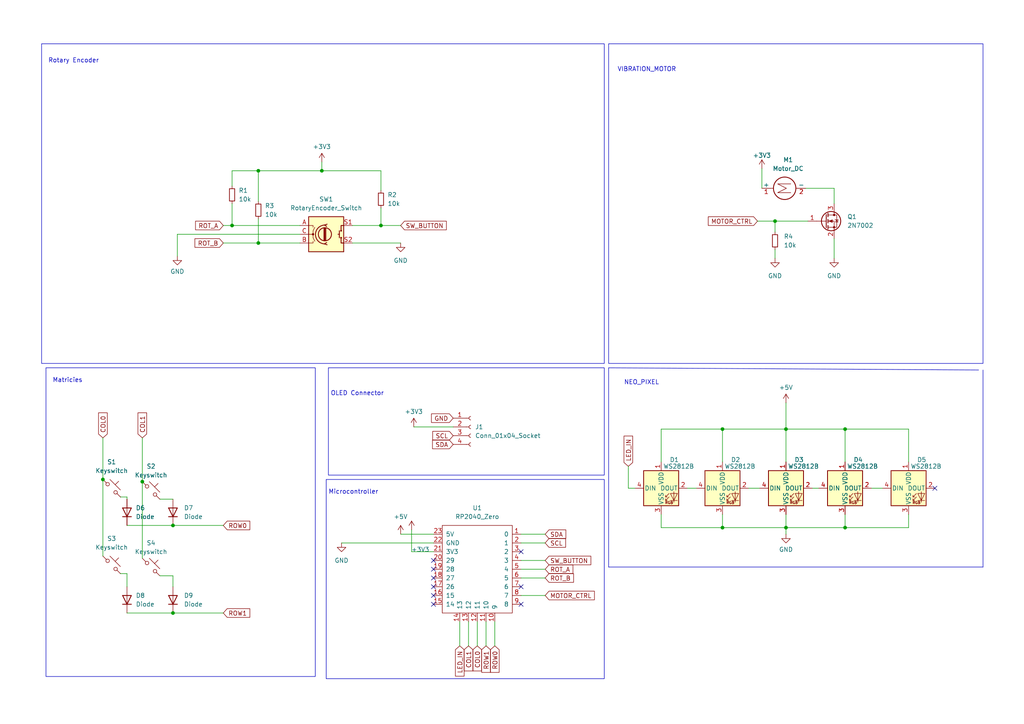
<source format=kicad_sch>
(kicad_sch (version 20230121) (generator eeschema)
  (paper "A4")
  (title_block (title "Main"))
  (lib_symbols
    (symbol "Connector:Conn_01x04_Socket" (pin_names (offset 1.016) hide)
      (property "Reference" "J" (at 0 5.08 0))
      (property "Value" "Conn_01x04_Socket" (at 0 -7.62 0))
      (symbol "Conn_01x04_Socket_1_1"
        (arc (start 0 -4.572) (mid -0.5058 -5.08) (end 0 -5.588) (stroke (width 0.1524)))
        (arc (start 0 -2.032) (mid -0.5058 -2.54) (end 0 -3.048) (stroke (width 0.1524)))
        (polyline (pts (xy -1.27 -5.08) (xy -0.508 -5.08)) (stroke (width 0.1524)))
        (polyline (pts (xy -1.27 -2.54) (xy -0.508 -2.54)) (stroke (width 0.1524)))
        (polyline (pts (xy -1.27 0) (xy -0.508 0)) (stroke (width 0.1524)))
        (polyline (pts (xy -1.27 2.54) (xy -0.508 2.54)) (stroke (width 0.1524)))
        (arc (start 0 0.508) (mid -0.5058 0) (end 0 -0.508) (stroke (width 0.1524)))
        (arc (start 0 3.048) (mid -0.5058 2.54) (end 0 2.032) (stroke (width 0.1524)))
        (pin passive line (at -5.08 2.54 0) (length 3.81) (name "Pin_1") (number "1"))
        (pin passive line (at -5.08 0 0) (length 3.81) (name "Pin_2") (number "2"))
        (pin passive line (at -5.08 -2.54 0) (length 3.81) (name "Pin_3") (number "3"))
        (pin passive line (at -5.08 -5.08 0) (length 3.81) (name "Pin_4") (number "4"))
      )
    )
    (symbol "Device:R_Small" (pin_numbers hide) (pin_names (offset 0.254) hide)
      (property "Reference" "R" (at 0.762 0.508 0))
      (property "Value" "R_Small" (at 0.762 -1.016 0))
      (symbol "R_Small_0_1"
        (rectangle (start -0.762 1.778) (end 0.762 -1.778) (stroke (width 0.2032)))
      )
      (symbol "R_Small_1_1"
        (pin passive line (at 0 2.54 270) (length 0.762) (name "~") (number "1"))
        (pin passive line (at 0 -2.54 90) (length 0.762) (name "~") (number "2"))
      )
    )
    (symbol "Device:RotaryEncoder_Switch" (pin_names (offset 0.254) hide)
      (property "Reference" "SW" (at 0 6.604 0))
      (property "Value" "RotaryEncoder_Switch" (at 0 -6.604 0))
      (symbol "RotaryEncoder_Switch_0_1"
        (rectangle (start -5.08 5.08) (end 5.08 -5.08) (stroke (width 0.254)) (fill (type background)))
        (circle (center -3.81 0) (radius 0.254) (fill (type outline)))
        (circle (center -0.381 0) (radius 1.905) (stroke (width 0.254)))
        (arc (start -0.381 2.667) (mid -3.0988 -0.0635) (end -0.381 -2.794) (stroke (width 0.254)))
        (polyline (pts (xy -0.635 -1.778) (xy -0.635 1.778)) (stroke (width 0.254)))
        (polyline (pts (xy -0.381 -1.778) (xy -0.381 1.778)) (stroke (width 0.254)))
        (polyline (pts (xy -0.127 1.778) (xy -0.127 -1.778)) (stroke (width 0.254)))
        (polyline (pts (xy 3.81 0) (xy 3.429 0)) (stroke (width 0.254)))
        (polyline (pts (xy 3.81 1.016) (xy 3.81 -1.016)) (stroke (width 0.254)))
        (polyline (pts (xy -5.08 -2.54) (xy -3.81 -2.54) (xy -3.81 -2.032)))
        (polyline (pts (xy -5.08 2.54) (xy -3.81 2.54) (xy -3.81 2.032)))
        (polyline (pts (xy 0.254 -3.048) (xy -0.508 -2.794) (xy 0.127 -2.413)) (stroke (width 0.254)))
        (polyline (pts (xy 0.254 2.921) (xy -0.508 2.667) (xy 0.127 2.286)) (stroke (width 0.254)))
        (polyline (pts (xy 5.08 -2.54) (xy 4.318 -2.54) (xy 4.318 -1.016)) (stroke (width 0.254)))
        (polyline (pts (xy 5.08 2.54) (xy 4.318 2.54) (xy 4.318 1.016)) (stroke (width 0.254)))
        (polyline (pts (xy -5.08 0) (xy -3.81 0) (xy -3.81 -1.016) (xy -3.302 -2.032)))
        (polyline (pts (xy -4.318 0) (xy -3.81 0) (xy -3.81 1.016) (xy -3.302 2.032)))
        (circle (center 4.318 -1.016) (radius 0.127) (stroke (width 0.254)))
        (circle (center 4.318 1.016) (radius 0.127) (stroke (width 0.254)))
      )
      (symbol "RotaryEncoder_Switch_1_1"
        (pin passive line (at -7.62 2.54 0) (length 2.54) (name "A") (number "A"))
        (pin passive line (at -7.62 -2.54 0) (length 2.54) (name "B") (number "B"))
        (pin passive line (at -7.62 0 0) (length 2.54) (name "C") (number "C"))
        (pin passive line (at 7.62 2.54 180) (length 2.54) (name "S1") (number "S1"))
        (pin passive line (at 7.62 -2.54 180) (length 2.54) (name "S2") (number "S2"))
      )
    )
    (symbol "LED:WS2812B" (pin_names (offset 0.254))
      (property "Reference" "D" (at 5.08 5.715 0))
      (property "Value" "WS2812B" (at 1.27 -5.715 0))
      (symbol "WS2812B_0_0"
        (text "RGB" (at 2.286 -4.191 0) (effects (font (size 0.762 0.762))))
      )
      (symbol "WS2812B_0_1"
        (polyline (pts (xy 1.27 -3.556) (xy 1.778 -3.556)))
        (polyline (pts (xy 1.27 -2.54) (xy 1.778 -2.54)))
        (polyline (pts (xy 4.699 -3.556) (xy 2.667 -3.556)))
        (polyline (pts (xy 2.286 -2.54) (xy 1.27 -3.556) (xy 1.27 -3.048)))
        (polyline (pts (xy 2.286 -1.524) (xy 1.27 -2.54) (xy 1.27 -2.032)))
        (polyline (pts (xy 3.683 -1.016) (xy 3.683 -3.556) (xy 3.683 -4.064)))
        (polyline (pts (xy 4.699 -1.524) (xy 2.667 -1.524) (xy 3.683 -3.556) (xy 4.699 -1.524)))
        (rectangle (start 5.08 5.08) (end -5.08 -5.08) (stroke (width 0.254)) (fill (type background)))
      )
      (symbol "WS2812B_1_1"
        (pin power_in line (at 0 7.62 270) (length 2.54) (name "VDD") (number "1"))
        (pin output line (at 7.62 0 180) (length 2.54) (name "DOUT") (number "2"))
        (pin power_in line (at 0 -7.62 90) (length 2.54) (name "VSS") (number "3"))
        (pin input line (at -7.62 0 0) (length 2.54) (name "DIN") (number "4"))
      )
    )
    (symbol "Motor:Motor_DC" (pin_names (offset 0))
      (property "Reference" "M" (at 2.54 2.54 0))
      (property "Value" "Motor_DC" (at 2.54 -5.08 0))
      (symbol "Motor_DC_0_0"
        (polyline (pts (xy -1.27 -3.302) (xy -1.27 0.508) (xy 0 -2.032) (xy 1.27 0.508) (xy 1.27 -3.302)))
      )
      (symbol "Motor_DC_0_1"
        (circle (center 0 -1.524) (radius 3.2512) (stroke (width 0.254)))
        (polyline (pts (xy 0 -7.62) (xy 0 -7.112)))
        (polyline (pts (xy 0 -4.7752) (xy 0 -5.1816)))
        (polyline (pts (xy 0 1.7272) (xy 0 2.0828)))
        (polyline (pts (xy 0 2.032) (xy 0 2.54)))
      )
      (symbol "Motor_DC_1_1"
        (pin passive line (at 0 5.08 270) (length 2.54) (name "+") (number "1"))
        (pin passive line (at 0 -7.62 90) (length 2.54) (name "-") (number "2"))
      )
    )
    (symbol "ScottoKeebs:MCU_RP2040_Zero" (pin_names (offset 1.016))
      (property "Reference" "U" (at 0 15.24 0))
      (property "Value" "RP2040_Zero" (at 0 12.7 0))
      (symbol "MCU_RP2040_Zero_0_1"
        (rectangle (start -10.16 11.43) (end 10.16 -13.97))
      )
      (symbol "MCU_RP2040_Zero_1_1"
        (pin bidirectional line (at 12.7 8.89 180) (length 2.54) (name "0") (number "1"))
        (pin bidirectional line (at 5.08 -16.51 90) (length 2.54) (name "9") (number "10"))
        (pin bidirectional line (at 2.54 -16.51 90) (length 2.54) (name "10") (number "11"))
        (pin bidirectional line (at 0 -16.51 90) (length 2.54) (name "11") (number "12"))
        (pin bidirectional line (at -2.54 -16.51 90) (length 2.54) (name "12") (number "13"))
        (pin bidirectional line (at -5.08 -16.51 90) (length 2.54) (name "13") (number "14"))
        (pin bidirectional line (at -12.7 -11.43 0) (length 2.54) (name "14") (number "15"))
        (pin bidirectional line (at -12.7 -8.89 0) (length 2.54) (name "15") (number "16"))
        (pin bidirectional line (at -12.7 -6.35 0) (length 2.54) (name "26") (number "17"))
        (pin bidirectional line (at -12.7 -3.81 0) (length 2.54) (name "27") (number "18"))
        (pin bidirectional line (at -12.7 -1.27 0) (length 2.54) (name "28") (number "19"))
        (pin bidirectional line (at 12.7 6.35 180) (length 2.54) (name "1") (number "2"))
        (pin bidirectional line (at -12.7 1.27 0) (length 2.54) (name "29") (number "20"))
        (pin power_out line (at -12.7 3.81 0) (length 2.54) (name "3V3") (number "21"))
        (pin power_out line (at -12.7 6.35 0) (length 2.54) (name "GND") (number "22"))
        (pin power_out line (at -12.7 8.89 0) (length 2.54) (name "5V") (number "23"))
        (pin bidirectional line (at 12.7 3.81 180) (length 2.54) (name "2") (number "3"))
        (pin bidirectional line (at 12.7 1.27 180) (length 2.54) (name "3") (number "4"))
        (pin bidirectional line (at 12.7 -1.27 180) (length 2.54) (name "4") (number "5"))
        (pin bidirectional line (at 12.7 -3.81 180) (length 2.54) (name "5") (number "6"))
        (pin bidirectional line (at 12.7 -6.35 180) (length 2.54) (name "6") (number "7"))
        (pin bidirectional line (at 12.7 -8.89 180) (length 2.54) (name "7") (number "8"))
        (pin bidirectional line (at 12.7 -11.43 180) (length 2.54) (name "8") (number "9"))
      )
    )
    (symbol "ScottoKeebs:Placeholder_Diode" (pin_numbers hide) (pin_names hide)
      (property "Reference" "D" (at 0 2.54 0))
      (property "Value" "Diode" (at 0 -2.54 0))
      (symbol "Placeholder_Diode_0_1"
        (polyline (pts (xy -1.27 1.27) (xy -1.27 -1.27)) (stroke (width 0.254)))
        (polyline (pts (xy 1.27 0) (xy -1.27 0)))
        (polyline (pts (xy 1.27 1.27) (xy 1.27 -1.27) (xy -1.27 0) (xy 1.27 1.27)) (stroke (width 0.254)))
      )
      (symbol "Placeholder_Diode_1_1"
        (pin passive line (at -3.81 0 0) (length 2.54) (name "K") (number "1"))
        (pin passive line (at 3.81 0 180) (length 2.54) (name "A") (number "2"))
      )
    )
    (symbol "ScottoKeebs:Placeholder_Keyswitch" (pin_numbers hide) (pin_names (offset 1.016) hide)
      (property "Reference" "S" (at 3.048 1.016 0))
      (property "Value" "Keyswitch" (at 0 -3.81 0))
      (symbol "Placeholder_Keyswitch_0_1"
        (circle (center -1.1684 1.1684) (radius 0.508))
        (polyline (pts (xy -0.508 2.54) (xy 2.54 -0.508)))
        (polyline (pts (xy 1.016 1.016) (xy 2.032 2.032)))
        (polyline (pts (xy -2.54 2.54) (xy -1.524 1.524) (xy -1.524 1.524)))
        (polyline (pts (xy 1.524 -1.524) (xy 2.54 -2.54) (xy 2.54 -2.54) (xy 2.54 -2.54)))
        (circle (center 1.143 -1.1938) (radius 0.508))
        (pin passive line (at -2.54 2.54 0) (length 0) (name "1") (number "1"))
        (pin passive line (at 2.54 -2.54 180) (length 0) (name "2") (number "2"))
      )
    )
    (symbol "Transistor_FET:2N7002" (pin_names hide)
      (property "Reference" "Q" (at 5.08 1.905 0))
      (property "Value" "2N7002" (at 5.08 0 0))
      (symbol "2N7002_0_1"
        (polyline (pts (xy 0.254 0) (xy -2.54 0)))
        (polyline (pts (xy 0.254 1.905) (xy 0.254 -1.905)) (stroke (width 0.254)))
        (polyline (pts (xy 0.762 -1.27) (xy 0.762 -2.286)) (stroke (width 0.254)))
        (polyline (pts (xy 0.762 0.508) (xy 0.762 -0.508)) (stroke (width 0.254)))
        (polyline (pts (xy 0.762 2.286) (xy 0.762 1.27)) (stroke (width 0.254)))
        (polyline (pts (xy 2.54 2.54) (xy 2.54 1.778)))
        (polyline (pts (xy 2.54 -2.54) (xy 2.54 0) (xy 0.762 0)))
        (polyline (pts (xy 0.762 -1.778) (xy 3.302 -1.778) (xy 3.302 1.778) (xy 0.762 1.778)))
        (polyline (pts (xy 1.016 0) (xy 2.032 0.381) (xy 2.032 -0.381) (xy 1.016 0)) (fill (type outline)))
        (polyline (pts (xy 2.794 0.508) (xy 2.921 0.381) (xy 3.683 0.381) (xy 3.81 0.254)))
        (polyline (pts (xy 3.302 0.381) (xy 2.921 -0.254) (xy 3.683 -0.254) (xy 3.302 0.381)))
        (circle (center 1.651 0) (radius 2.794) (stroke (width 0.254)))
        (circle (center 2.54 -1.778) (radius 0.254) (fill (type outline)))
        (circle (center 2.54 1.778) (radius 0.254) (fill (type outline)))
      )
      (symbol "2N7002_1_1"
        (pin input line (at -5.08 0 0) (length 2.54) (name "G") (number "1"))
        (pin passive line (at 2.54 -5.08 90) (length 2.54) (name "S") (number "2"))
        (pin passive line (at 2.54 5.08 270) (length 2.54) (name "D") (number "3"))
      )
    )
    (symbol "power:+3V3" (power) (pin_names (offset 0))
      (property "Value" "+3V3" (at 0 3.556 0))
      (symbol "+3V3_0_1"
        (polyline (pts (xy -0.762 1.27) (xy 0 2.54)))
        (polyline (pts (xy 0 0) (xy 0 2.54)))
        (polyline (pts (xy 0 2.54) (xy 0.762 1.27)))
      )
      (symbol "+3V3_1_1"
        (pin power_in line (at 0 0 90) (length 0) hide (name "+3V3") (number "1"))
      )
    )
    (symbol "power:+5V" (power) (pin_names (offset 0))
      (property "Value" "+5V" (at 0 3.556 0))
      (symbol "+5V_0_1"
        (polyline (pts (xy -0.762 1.27) (xy 0 2.54)))
        (polyline (pts (xy 0 0) (xy 0 2.54)))
        (polyline (pts (xy 0 2.54) (xy 0.762 1.27)))
      )
      (symbol "+5V_1_1"
        (pin power_in line (at 0 0 90) (length 0) hide (name "+5V") (number "1"))
      )
    )
    (symbol "power:GND" (power) (pin_names (offset 0))
      (property "Value" "GND" (at 0 -3.81 0))
      (symbol "GND_0_1"
        (polyline (pts (xy 0 0) (xy 0 -1.27) (xy 1.27 -1.27) (xy 0 -2.54) (xy -1.27 -1.27) (xy 0 -1.27)))
      )
      (symbol "GND_1_1"
        (pin power_in line (at 0 0 270) (length 0) hide (name "GND") (number "1"))
      )
    )
  )
  (junction (at 74.93 49.53))
  (junction (at 50.165 177.8))
  (junction (at 245.11 124.46))
  (junction (at 41.275 139.7))
  (junction (at 29.845 139.065))
  (junction (at 224.79 64.135))
  (junction (at 209.55 124.46))
  (junction (at 110.49 65.405))
  (junction (at 93.345 49.53))
  (junction (at 227.965 124.46))
  (junction (at 67.31 65.405))
  (junction (at 74.93 70.485))
  (junction (at 50.165 152.4))
  (junction (at 245.11 153.035))
  (junction (at 227.965 153.035))
  (junction (at 209.55 153.035))
  (no_connect (at 125.73 172.72))
  (no_connect (at 151.13 175.26))
  (no_connect (at 151.13 160.02))
  (no_connect (at 151.13 170.18))
  (no_connect (at 125.73 167.64))
  (no_connect (at 125.73 175.26))
  (no_connect (at 271.145 141.605))
  (no_connect (at 125.73 162.56))
  (no_connect (at 125.73 170.18))
  (no_connect (at 125.73 165.1))
  (polyline (pts (xy 176.53 106.68) (xy 283.845 107.315)))
  (wire (pts (xy 64.77 70.485) (xy 74.93 70.485)))
  (wire (pts (xy 151.13 172.72) (xy 158.115 172.72)))
  (wire (pts (xy 119.38 160.02) (xy 125.73 160.02)))
  (wire (pts (xy 191.77 124.46) (xy 209.55 124.46)))
  (wire (pts (xy 50.165 167.005) (xy 50.165 170.18)))
  (wire (pts (xy 36.83 152.4) (xy 50.165 152.4)))
  (wire (pts (xy 224.79 67.31) (xy 224.79 64.135)))
  (wire (pts (xy 219.71 64.135) (xy 224.79 64.135)))
  (wire (pts (xy 241.935 54.61) (xy 241.935 59.055)))
  (wire (pts (xy 133.35 180.34) (xy 133.35 187.325)))
  (wire (pts (xy 191.77 153.035) (xy 209.55 153.035)))
  (wire (pts (xy 51.435 67.945) (xy 51.435 74.295)))
  (wire (pts (xy 252.73 141.605) (xy 255.905 141.605)))
  (wire (pts (xy 217.17 141.605) (xy 220.345 141.605)))
  (wire (pts (xy 224.79 72.39) (xy 224.79 74.93)))
  (wire (pts (xy 120.015 123.825) (xy 131.445 123.825)))
  (wire (pts (xy 64.77 65.405) (xy 67.31 65.405)))
  (wire (pts (xy 29.845 139.065) (xy 29.845 161.29)))
  (wire (pts (xy 67.31 53.975) (xy 67.31 49.53)))
  (wire (pts (xy 209.55 124.46) (xy 227.965 124.46)))
  (wire (pts (xy 102.235 70.485) (xy 116.205 70.485)))
  (wire (pts (xy 36.83 177.8) (xy 50.165 177.8)))
  (wire (pts (xy 140.97 180.34) (xy 140.97 187.325)))
  (wire (pts (xy 235.585 141.605) (xy 237.49 141.605)))
  (wire (pts (xy 245.11 153.035) (xy 263.525 153.035)))
  (wire (pts (xy 36.83 144.145) (xy 36.83 144.78)))
  (wire (pts (xy 224.79 64.135) (xy 234.315 64.135)))
  (polyline (pts (xy 176.53 106.68) (xy 176.53 164.465)))
  (wire (pts (xy 67.31 65.405) (xy 86.995 65.405)))
  (wire (pts (xy 36.83 166.37) (xy 34.925 166.37)))
  (wire (pts (xy 241.935 69.215) (xy 241.935 74.93)))
  (wire (pts (xy 245.11 124.46) (xy 245.11 133.985)))
  (wire (pts (xy 227.965 153.035) (xy 227.965 154.94)))
  (wire (pts (xy 199.39 141.605) (xy 201.93 141.605)))
  (wire (pts (xy 151.13 165.1) (xy 158.115 165.1)))
  (wire (pts (xy 67.31 59.055) (xy 67.31 65.405)))
  (wire (pts (xy 116.205 154.94) (xy 125.73 154.94)))
  (wire (pts (xy 99.06 157.48) (xy 125.73 157.48)))
  (wire (pts (xy 119.38 153.67) (xy 119.38 160.02)))
  (wire (pts (xy 209.55 149.225) (xy 209.55 153.035)))
  (wire (pts (xy 182.245 135.255) (xy 182.245 141.605)))
  (wire (pts (xy 74.93 70.485) (xy 86.995 70.485)))
  (wire (pts (xy 151.13 162.56) (xy 158.115 162.56)))
  (wire (pts (xy 227.965 124.46) (xy 227.965 133.985)))
  (wire (pts (xy 138.43 180.34) (xy 138.43 187.325)))
  (polyline (pts (xy 176.53 164.465) (xy 285.115 164.465)))
  (wire (pts (xy 245.11 149.225) (xy 245.11 153.035)))
  (wire (pts (xy 151.13 167.64) (xy 158.115 167.64)))
  (wire (pts (xy 151.13 157.48) (xy 158.115 157.48)))
  (wire (pts (xy 227.965 153.035) (xy 245.11 153.035)))
  (wire (pts (xy 110.49 60.325) (xy 110.49 65.405)))
  (wire (pts (xy 110.49 65.405) (xy 116.205 65.405)))
  (wire (pts (xy 143.51 180.34) (xy 143.51 187.325)))
  (wire (pts (xy 110.49 49.53) (xy 110.49 55.245)))
  (wire (pts (xy 36.83 170.18) (xy 36.83 166.37)))
  (wire (pts (xy 93.345 49.53) (xy 93.345 46.99)))
  (wire (pts (xy 74.93 58.42) (xy 74.93 49.53)))
  (wire (pts (xy 29.845 127) (xy 29.845 139.065)))
  (wire (pts (xy 93.345 49.53) (xy 110.49 49.53)))
  (wire (pts (xy 41.275 139.7) (xy 41.275 161.925)))
  (wire (pts (xy 182.245 141.605) (xy 184.15 141.605)))
  (wire (pts (xy 151.13 154.94) (xy 158.115 154.94)))
  (wire (pts (xy 227.965 116.84) (xy 227.965 124.46)))
  (wire (pts (xy 263.525 124.46) (xy 263.525 133.985)))
  (wire (pts (xy 209.55 124.46) (xy 209.55 133.985)))
  (wire (pts (xy 41.275 127) (xy 41.275 139.7)))
  (wire (pts (xy 50.165 152.4) (xy 64.77 152.4)))
  (wire (pts (xy 227.965 124.46) (xy 245.11 124.46)))
  (wire (pts (xy 93.345 49.53) (xy 74.93 49.53)))
  (wire (pts (xy 135.89 180.34) (xy 135.89 187.325)))
  (wire (pts (xy 51.435 67.945) (xy 86.995 67.945)))
  (polyline (pts (xy 285.115 164.465) (xy 285.115 107.315)))
  (wire (pts (xy 46.355 144.78) (xy 50.165 144.78)))
  (wire (pts (xy 67.31 49.53) (xy 74.93 49.53)))
  (wire (pts (xy 263.525 149.225) (xy 263.525 153.035)))
  (wire (pts (xy 46.355 167.005) (xy 50.165 167.005)))
  (wire (pts (xy 74.93 63.5) (xy 74.93 70.485)))
  (wire (pts (xy 220.98 48.895) (xy 220.98 54.61)))
  (wire (pts (xy 191.77 149.225) (xy 191.77 153.035)))
  (wire (pts (xy 34.925 144.145) (xy 36.83 144.145)))
  (wire (pts (xy 102.235 65.405) (xy 110.49 65.405)))
  (wire (pts (xy 209.55 153.035) (xy 227.965 153.035)))
  (wire (pts (xy 233.68 54.61) (xy 241.935 54.61)))
  (wire (pts (xy 227.965 149.225) (xy 227.965 153.035)))
  (wire (pts (xy 50.165 177.8) (xy 64.77 177.8)))
  (wire (pts (xy 191.77 124.46) (xy 191.77 133.985)))
  (wire (pts (xy 245.11 124.46) (xy 263.525 124.46)))
  (rectangle (start 95.25 106.68) (end 175.26 137.795))
  (rectangle (start 176.53 12.7) (end 285.115 105.41))
  (rectangle (start 12.065 12.7) (end 175.26 105.41))
  (rectangle (start 94.615 139.065) (end 175.26 196.85))
  (rectangle (start 13.335 106.68) (end 91.44 196.215))
  (text "Matricies\n" (at 15.24 111.125 0) (effects (font (size 1.27 1.27)) (justify left bottom)))
  (text "NEO_PIXEL\n" (at 180.975 111.76 0) (effects (font (size 1.27 1.27)) (justify left bottom)))
  (text "Rotary Encoder\n" (at 13.97 18.415 0) (effects (font (size 1.27 1.27)) (justify left bottom)))
  (text "OLED Connector\n" (at 95.885 114.935 0) (effects (font (size 1.27 1.27)) (justify left bottom)))
  (text "Microcontroller\n" (at 95.25 143.51 0) (effects (font (size 1.27 1.27)) (justify left bottom)))
  (text "VIBRATION_MOTOR\n" (at 179.07 20.955 0) (effects (font (size 1.27 1.27)) (justify left bottom)))
  (global_label "SCL" (shape input) (at 158.115 157.48 0) (property "Intersheetrefs" "${INTERSHEET_REFS}" (effects hide)))
  (global_label "SDA" (shape input) (at 158.115 154.94 0) (property "Intersheetrefs" "${INTERSHEET_REFS}" (effects hide)))
  (global_label "ROT_A" (shape input) (at 158.115 165.1 0) (property "Intersheetrefs" "${INTERSHEET_REFS}" (effects hide)))
  (global_label "COL1" (shape input) (at 135.89 187.325 270) (property "Intersheetrefs" "${INTERSHEET_REFS}" (effects hide)))
  (global_label "ROW0" (shape input) (at 143.51 187.325 270) (property "Intersheetrefs" "${INTERSHEET_REFS}" (effects hide)))
  (global_label "SDA" (shape input) (at 131.445 128.905 180) (property "Intersheetrefs" "${INTERSHEET_REFS}" (effects hide)))
  (global_label "SW_BUTTON" (shape input) (at 116.205 65.405 0) (property "Intersheetrefs" "${INTERSHEET_REFS}" (effects hide)))
  (global_label "GND" (shape input) (at 131.445 121.285 180) (property "Intersheetrefs" "${INTERSHEET_REFS}" (effects hide)))
  (global_label "COL1" (shape input) (at 41.275 127 90) (property "Intersheetrefs" "${INTERSHEET_REFS}" (effects hide)))
  (global_label "LED_IN" (shape input) (at 182.245 135.255 90) (property "Intersheetrefs" "${INTERSHEET_REFS}" (effects hide)))
  (global_label "MOTOR_CTRL" (shape input) (at 158.115 172.72 0) (property "Intersheetrefs" "${INTERSHEET_REFS}" (effects hide)))
  (global_label "SCL" (shape input) (at 131.445 126.365 180) (property "Intersheetrefs" "${INTERSHEET_REFS}" (effects hide)))
  (global_label "MOTOR_CTRL" (shape input) (at 219.71 64.135 180) (property "Intersheetrefs" "${INTERSHEET_REFS}" (effects hide)))
  (global_label "ROW0" (shape input) (at 64.77 152.4 0) (property "Intersheetrefs" "${INTERSHEET_REFS}" (effects hide)))
  (global_label "ROT_B" (shape input) (at 158.115 167.64 0) (property "Intersheetrefs" "${INTERSHEET_REFS}" (effects hide)))
  (global_label "COL0" (shape input) (at 29.845 127 90) (property "Intersheetrefs" "${INTERSHEET_REFS}" (effects hide)))
  (global_label "LED_IN" (shape input) (at 133.35 187.325 270) (property "Intersheetrefs" "${INTERSHEET_REFS}" (effects hide)))
  (global_label "ROT_A" (shape input) (at 64.77 65.405 180) (property "Intersheetrefs" "${INTERSHEET_REFS}" (effects hide)))
  (global_label "ROW1" (shape input) (at 64.77 177.8 0) (property "Intersheetrefs" "${INTERSHEET_REFS}" (effects hide)))
  (global_label "SW_BUTTON" (shape input) (at 158.115 162.56 0) (property "Intersheetrefs" "${INTERSHEET_REFS}" (effects hide)))
  (global_label "COL0" (shape input) (at 138.43 187.325 270) (property "Intersheetrefs" "${INTERSHEET_REFS}" (effects hide)))
  (global_label "ROW1" (shape input) (at 140.97 187.325 270) (property "Intersheetrefs" "${INTERSHEET_REFS}" (effects hide)))
  (global_label "ROT_B" (shape input) (at 64.77 70.485 180) (property "Intersheetrefs" "${INTERSHEET_REFS}" (effects hide)))
  (symbol (lib_id "power:GND") (at 227.965 154.94 0) (unit 1)
    (property "Reference" "#PWR08" (effects hide))
    (property "Value" "GND" (at 227.965 159.385 0))
  )
  (symbol (lib_id "power:GND") (at 116.205 70.485 0) (unit 1)
    (property "Reference" "#PWR01" (effects hide))
    (property "Value" "GND" (at 116.205 75.565 0))
  )
  (symbol (lib_id "ScottoKeebs:Placeholder_Diode") (at 50.165 148.59 90) (unit 1)
    (property "Reference" "D7" (at 53.34 147.32 90) (effects (justify right)))
    (property "Value" "Diode" (at 53.34 149.86 90) (effects (justify right)))
    (property "Footprint" "ScottoKeebs_Components:Diode_SOD-123" (effects hide))
    (property "Sim.Device" "D" (effects hide))
    (property "Sim.Pins" "1=K 2=A" (effects hide))
  )
  (symbol (lib_id "LED:WS2812B") (at 245.11 141.605 0) (unit 1)
    (property "Reference" "D4" (at 248.92 133.35 0))
    (property "Value" "WS2812B" (at 250.19 135.255 0))
    (property "Footprint" "Ko-Ko-Footprints:LED-WS2812BF5" (effects hide))
    (property "Datasheet" "https://cdn-shop.adafruit.com/datasheets/WS2812B.pdf" (effects hide))
  )
  (symbol (lib_id "power:+3V3") (at 119.38 153.67 0) (unit 1)
    (property "Reference" "#PWR07" (effects hide))
    (property "Value" "+3V3" (at 121.92 159.385 0))
  )
  (symbol (lib_id "power:+3V3") (at 220.98 48.895 0) (unit 1)
    (property "Reference" "#PWR010" (effects hide))
    (property "Value" "+3V3" (at 220.98 45.085 0))
  )
  (symbol (lib_id "Transistor_FET:2N7002") (at 239.395 64.135 0) (unit 1)
    (property "Reference" "Q1" (at 245.745 62.865 0) (effects (justify left)))
    (property "Value" "2N7002" (at 245.745 65.405 0) (effects (justify left)))
    (property "Footprint" "Package_TO_SOT_SMD:SOT-23" (effects hide))
    (property "Datasheet" "https://www.onsemi.com/pub/Collateral/NDS7002A-D.PDF" (effects hide))
  )
  (symbol (lib_id "Connector:Conn_01x04_Socket") (at 136.525 123.825 0) (unit 1)
    (property "Reference" "J1" (at 137.795 123.825 0) (effects (justify left)))
    (property "Value" "Conn_01x04_Socket" (at 137.795 126.365 0) (effects (justify left)))
    (property "Footprint" "Connector_PinSocket_2.54mm:PinSocket_1x04_P2.54mm_Vertical" (effects hide))
  )
  (symbol (lib_id "power:+3V3") (at 120.015 123.825 0) (unit 1)
    (property "Reference" "#PWR06" (effects hide))
    (property "Value" "+3V3" (at 120.015 119.38 0))
  )
  (symbol (lib_id "power:+3V3") (at 93.345 46.99 0) (unit 1)
    (property "Reference" "#PWR05" (effects hide))
    (property "Value" "+3V3" (at 93.345 42.545 0))
  )
  (symbol (lib_id "LED:WS2812B") (at 263.525 141.605 0) (unit 1)
    (property "Reference" "D5" (at 267.335 133.35 0))
    (property "Value" "WS2812B" (at 268.605 135.255 0))
    (property "Footprint" "Ko-Ko-Footprints:LED-WS2812BF5" (effects hide))
    (property "Datasheet" "https://cdn-shop.adafruit.com/datasheets/WS2812B.pdf" (effects hide))
  )
  (symbol (lib_id "Device:R_Small") (at 67.31 56.515 0) (unit 1)
    (property "Reference" "R1" (at 69.215 55.245 0) (effects (justify left)))
    (property "Value" "10k" (at 69.215 57.785 0) (effects (justify left)))
    (property "Footprint" "Resistor_SMD:R_0805_2012Metric" (effects hide))
  )
  (symbol (lib_id "Device:RotaryEncoder_Switch") (at 94.615 67.945 0) (unit 1)
    (property "Reference" "SW1" (at 94.615 57.785 0))
    (property "Value" "RotaryEncoder_Switch" (at 94.615 60.325 0))
    (property "Footprint" "Rotary_Encoder:RotaryEncoder_Alps_EC11E-Switch_Vertical_H20mm" (effects hide))
  )
  (symbol (lib_id "power:GND") (at 241.935 74.93 0) (unit 1)
    (property "Reference" "#PWR09" (effects hide))
    (property "Value" "GND" (at 241.935 80.01 0))
  )
  (symbol (lib_id "Device:R_Small") (at 74.93 60.96 0) (unit 1)
    (property "Reference" "R3" (at 76.835 59.69 0) (effects (justify left)))
    (property "Value" "10k" (at 76.835 62.23 0) (effects (justify left)))
    (property "Footprint" "Resistor_SMD:R_0805_2012Metric" (effects hide))
  )
  (symbol (lib_id "power:GND") (at 51.435 74.295 0) (unit 1)
    (property "Reference" "#PWR012" (effects hide))
    (property "Value" "GND" (at 51.435 78.74 0))
  )
  (symbol (lib_id "ScottoKeebs:Placeholder_Keyswitch") (at 43.815 142.24 0) (unit 1)
    (property "Reference" "S2" (at 43.815 135.255 0))
    (property "Value" "Keyswitch" (at 43.815 137.795 0))
    (property "Footprint" "ScottoKeebs_MX:MX_Plate" (effects hide))
  )
  (symbol (lib_id "Device:R_Small") (at 224.79 69.85 0) (unit 1)
    (property "Reference" "R4" (at 227.33 68.58 0) (effects (justify left)))
    (property "Value" "10k" (at 227.33 71.12 0) (effects (justify left)))
    (property "Footprint" "Resistor_SMD:R_0805_2012Metric" (effects hide))
  )
  (symbol (lib_id "power:+5V") (at 227.965 116.84 0) (unit 1)
    (property "Reference" "#PWR03" (effects hide))
    (property "Value" "+5V" (at 227.965 112.395 0))
  )
  (symbol (lib_id "ScottoKeebs:Placeholder_Diode") (at 36.83 148.59 90) (unit 1)
    (property "Reference" "D6" (at 39.37 147.32 90) (effects (justify right)))
    (property "Value" "Diode" (at 39.37 149.86 90) (effects (justify right)))
    (property "Footprint" "ScottoKeebs_Components:Diode_SOD-123" (effects hide))
    (property "Sim.Device" "D" (effects hide))
    (property "Sim.Pins" "1=K 2=A" (effects hide))
  )
  (symbol (lib_id "Motor:Motor_DC") (at 226.06 54.61 90) (unit 1)
    (property "Reference" "M1" (at 228.6 46.355 90))
    (property "Value" "Motor_DC" (at 228.6 48.895 90))
    (property "Footprint" "Vibration-Motor:VC0820B006F" (effects hide))
  )
  (symbol (lib_id "Device:R_Small") (at 110.49 57.785 0) (unit 1)
    (property "Reference" "R2" (at 112.395 56.515 0) (effects (justify left)))
    (property "Value" "10k" (at 112.395 59.055 0) (effects (justify left)))
    (property "Footprint" "Resistor_SMD:R_0805_2012Metric" (effects hide))
  )
  (symbol (lib_id "ScottoKeebs:Placeholder_Keyswitch") (at 32.385 163.83 0) (unit 1)
    (property "Reference" "S3" (at 32.385 156.21 0))
    (property "Value" "Keyswitch" (at 32.385 158.75 0))
    (property "Footprint" "ScottoKeebs_MX:MX_Plate" (effects hide))
  )
  (symbol (lib_id "ScottoKeebs:Placeholder_Keyswitch") (at 43.815 164.465 0) (unit 1)
    (property "Reference" "S4" (at 43.815 157.48 0))
    (property "Value" "Keyswitch" (at 43.815 160.02 0))
    (property "Footprint" "ScottoKeebs_MX:MX_Plate" (effects hide))
  )
  (symbol (lib_id "power:GND") (at 224.79 74.93 0) (unit 1)
    (property "Reference" "#PWR011" (effects hide))
    (property "Value" "GND" (at 224.79 80.01 0))
  )
  (symbol (lib_id "ScottoKeebs:Placeholder_Diode") (at 36.83 173.99 90) (unit 1)
    (property "Reference" "D8" (at 39.37 172.72 90) (effects (justify right)))
    (property "Value" "Diode" (at 39.37 175.26 90) (effects (justify right)))
    (property "Footprint" "ScottoKeebs_Components:Diode_SOD-123" (effects hide))
    (property "Sim.Device" "D" (effects hide))
    (property "Sim.Pins" "1=K 2=A" (effects hide))
  )
  (symbol (lib_id "LED:WS2812B") (at 209.55 141.605 0) (unit 1)
    (property "Reference" "D2" (at 213.36 133.35 0))
    (property "Value" "WS2812B" (at 214.63 135.255 0))
    (property "Footprint" "Ko-Ko-Footprints:LED-WS2812BF5" (effects hide))
    (property "Datasheet" "https://cdn-shop.adafruit.com/datasheets/WS2812B.pdf" (effects hide))
  )
  (symbol (lib_id "ScottoKeebs:MCU_RP2040_Zero") (at 138.43 163.83 0) (unit 1)
    (property "Reference" "U1" (at 138.43 147.32 0))
    (property "Value" "RP2040_Zero" (at 138.43 149.86 0))
    (property "Footprint" "ScottoKeebs_MCU:RP2040_Zero" (effects hide))
  )
  (symbol (lib_id "ScottoKeebs:Placeholder_Keyswitch") (at 32.385 141.605 0) (unit 1)
    (property "Reference" "S1" (at 32.385 133.985 0))
    (property "Value" "Keyswitch" (at 32.385 136.525 0))
    (property "Footprint" "ScottoKeebs_MX:MX_Plate" (effects hide))
  )
  (symbol (lib_id "ScottoKeebs:Placeholder_Diode") (at 50.165 173.99 90) (unit 1)
    (property "Reference" "D9" (at 53.34 172.72 90) (effects (justify right)))
    (property "Value" "Diode" (at 53.34 175.26 90) (effects (justify right)))
    (property "Footprint" "ScottoKeebs_Components:Diode_SOD-123" (effects hide))
    (property "Sim.Device" "D" (effects hide))
    (property "Sim.Pins" "1=K 2=A" (effects hide))
  )
  (symbol (lib_id "LED:WS2812B") (at 191.77 141.605 0) (unit 1)
    (property "Reference" "D1" (at 195.58 133.35 0))
    (property "Value" "WS2812B" (at 196.85 135.255 0))
    (property "Footprint" "Ko-Ko-Footprints:LED-WS2812BF5" (effects hide))
    (property "Datasheet" "https://cdn-shop.adafruit.com/datasheets/WS2812B.pdf" (effects hide))
  )
  (symbol (lib_id "power:GND") (at 99.06 157.48 0) (unit 1)
    (property "Reference" "#PWR02" (effects hide))
    (property "Value" "GND" (at 99.06 162.56 0))
  )
  (symbol (lib_id "power:+5V") (at 116.205 154.94 0) (unit 1)
    (property "Reference" "#PWR04" (effects hide))
    (property "Value" "+5V" (at 116.205 149.86 0))
  )
  (symbol (lib_id "LED:WS2812B") (at 227.965 141.605 0) (unit 1)
    (property "Reference" "D3" (at 231.775 133.35 0))
    (property "Value" "WS2812B" (at 233.045 135.255 0))
    (property "Footprint" "Ko-Ko-Footprints:LED-WS2812BF5" (effects hide))
    (property "Datasheet" "https://cdn-shop.adafruit.com/datasheets/WS2812B.pdf" (effects hide))
  )
)
</source>
